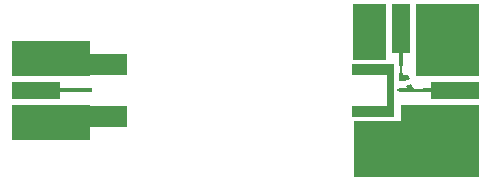
<source format=gtl>
%FSLAX36Y36*%
%MOMM*%
%SFA1B1*%
%ADD10C,.010*%

G36*
X200000Y-2995000D02*
X3020000D01*
Y1700000D01*
X200000D01*
Y-2995000D01*
G37*
G36*
X-22100000Y-4350000D02*
Y-4295000D01*
X-18900000D01*
Y-2495000D01*
X-22100000D01*
Y-1396422D01*
X-28700000D01*
Y-4350000D01*
X-22100000D01*
G37*
G36*
X5520000Y-4350000D02*
X10900000D01*
Y1700000D01*
X5520000D01*
Y-4350000D01*
G37*
G36*
X4499677Y-4752159D02*
X4504183Y-4750581D01*
X4531883Y-4829680D01*
X5003784Y-4664423D01*
X4871578Y-4286902D01*
X4812567Y-4307567D01*
X4800000Y-4295000D01*
X4440000D01*
Y-4100000D01*
X4340000D01*
Y-3550000D01*
X4440000D01*
Y-2400000D01*
X5020000D01*
Y1700000D01*
X3520000D01*
Y-2400000D01*
X4100000D01*
Y-3550000D01*
X4200000D01*
Y-4100000D01*
X4100000D01*
Y-4795000D01*
X4514680D01*
X4499677Y-4752159D01*
G37*
G36*
X-21900000Y-5770000D02*
Y-5430000D01*
X-24600000D01*
Y-4850000D01*
X-28700000D01*
Y-6350000D01*
X-24600000D01*
Y-5770000D01*
X-21900000D01*
G37*
G36*
X5400000Y-5770000D02*
Y-5710000D01*
X6100000D01*
Y-5770000D01*
X6800000D01*
Y-6350000D01*
X10900000D01*
Y-4850000D01*
X6800000D01*
Y-5430000D01*
X6100000D01*
Y-5490000D01*
X5400000D01*
Y-5430000D01*
X5271885D01*
X5135989Y-5041943D01*
X4664089Y-5207200D01*
X4742113Y-5430000D01*
X4150000D01*
X3850000Y-5600000D01*
X4150000Y-5770000D01*
X5400000D01*
G37*
G36*
X100000Y-3395000D02*
Y-4295000D01*
X3100000D01*
Y-6905000D01*
X100000D01*
Y-7805000D01*
X3700000D01*
Y-3395000D01*
X100000D01*
G37*
G36*
X-22100000Y-6905000D02*
Y-6850000D01*
X-28700000D01*
Y-9803578D01*
X-22100000D01*
Y-8705000D01*
X-18900000D01*
Y-6905000D01*
X-22100000D01*
G37*
G36*
X4300000Y-6850000D02*
Y-8205000D01*
X300000D01*
Y-12900000D01*
X10900000D01*
Y-6850000D01*
X4300000D01*
G37*
M02*
G04 End of Data *

</source>
